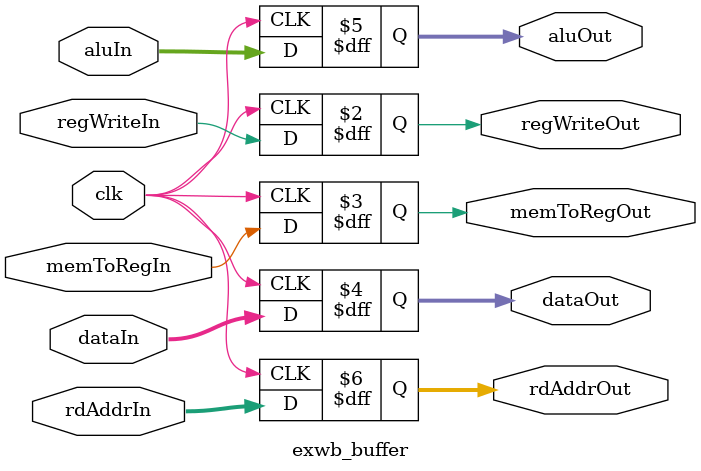
<source format=v>
`timescale 1ns / 1ps
module ifid_buffer(clk, instIn, pcIn, instOut, pcOut);
    input clk;
    input [31:0] instIn;
    input [31:0] pcIn;

    output reg [31:0] instOut;
    output reg [31:0] pcOut;
   
    always @(negedge clk)
        begin
            instOut = instIn;
            pcOut = pcIn;
         end
endmodule

module idex_buffer(clk, rdAddrIn, rsDataIn, rtDataIn, pcIn, regWriteIn, memToRegIn, aluOpIn, memReadIn, 
                   memWriteIn, pcToRegIn, aluSrcIn, immIn,
                   rdAddrOut, rsDataOut, rtDataOut, pcOut, regWriteOut, memToRegOut, aluOpOut, memReadOut,
                   memWriteOut, pcToRegOut, aluSrcOut, immOut);
    input clk, regWriteIn, memToRegIn, memReadIn, memWriteIn, pcToRegIn, aluSrcIn;
    input [31:0] rsDataIn;
    input [31:0] rtDataIn; 
    input [31:0] pcIn; 
    input [31:0] immIn;
    input [5:0] rdAddrIn;
    input [3:0] aluOpIn;
    
    output reg regWriteOut, memToRegOut, memReadOut, memWriteOut, pcToRegOut, aluSrcOut; 
    output reg [31:0] rsDataOut;
    output reg [31:0] rtDataOut;
    output reg [31:0] immOut;
    output reg [31:0] pcOut;
    output reg [5:0] rdAddrOut;
    output reg [3:0] aluOpOut;
   
    always @(negedge clk)
        begin
            regWriteOut = regWriteIn;
            memToRegOut = memToRegIn;
            memReadOut = memReadIn; 
            memWriteOut = memWriteIn;
            pcToRegOut = pcToRegIn;
            aluSrcOut = aluSrcIn;
            
            rsDataOut = rsDataIn;
            rtDataOut = rtDataIn;
            rdAddrOut = rdAddrIn;
            immOut = immIn;
            pcOut=pcIn;
            aluOpOut=aluOpIn;
         end
endmodule

module exwb_buffer(clk, dataIn, aluIn, regWriteIn, memToRegIn, rdAddrIn,
                   dataOut, aluOut, regWriteOut, memToRegOut, rdAddrOut);
    input clk, regWriteIn, memToRegIn;
    input [31:0] dataIn;
    input [31:0] aluIn;
    input [5:0] rdAddrIn;
   
    output reg regWriteOut, memToRegOut;
    output reg [31:0] dataOut;
    output reg [31:0] aluOut;
    output reg [5:0] rdAddrOut;
   
     always @(negedge clk)
        begin
            dataOut = dataIn;
            aluOut = aluIn;
            regWriteOut = regWriteIn;
            memToRegOut = memToRegIn;
            rdAddrOut = rdAddrIn;
         end
endmodule
</source>
